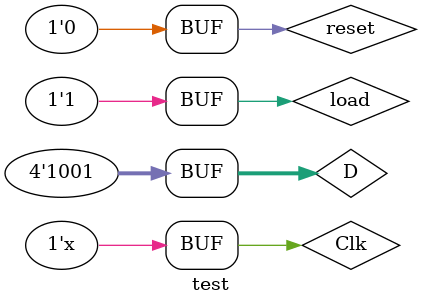
<source format=v>
`timescale 1ns / 1ps


module test(

    );
    wire [3:0]Q;
    reg [3:0]D;
    reg Clk;
    reg load,reset;
    
    Register_with_synch_reset_load_behavior UUT (.D(D),.Clk(Clk),.reset(reset),.load(load),.Q(Q));
    initial Clk=0;
    initial 
    begin
        load=0;#60;
        load=1;#20;
        load=0;#40;
        load=1;#20;
        load=0;#55;
        load=1;#20;
        load=0;#65;
        load=1;#20;
    end
    initial 
    begin
        reset=0;#155;
        reset=1;#85;
        reset=0;#60;
    end
    initial
    begin
        D=4'b0000;#20;
        D=4'b0101;#60;
        D=4'b1001;#220;
    end
    always #10 Clk=~Clk;
endmodule

</source>
